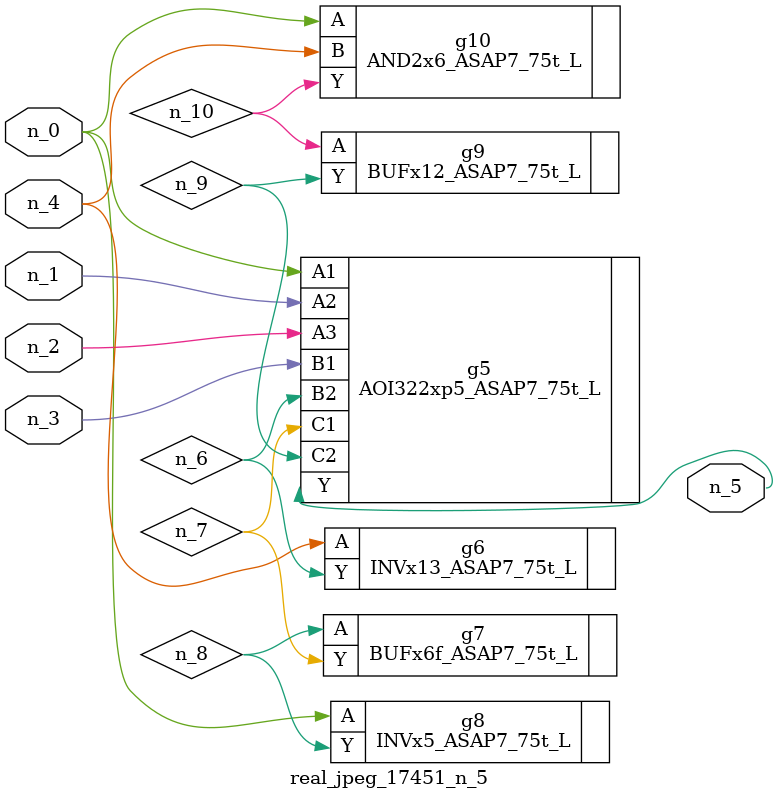
<source format=v>
module real_jpeg_17451_n_5 (n_4, n_0, n_1, n_2, n_3, n_5);

input n_4;
input n_0;
input n_1;
input n_2;
input n_3;

output n_5;

wire n_8;
wire n_6;
wire n_7;
wire n_10;
wire n_9;

AOI322xp5_ASAP7_75t_L g5 ( 
.A1(n_0),
.A2(n_1),
.A3(n_2),
.B1(n_3),
.B2(n_6),
.C1(n_7),
.C2(n_9),
.Y(n_5)
);

INVx5_ASAP7_75t_L g8 ( 
.A(n_0),
.Y(n_8)
);

AND2x6_ASAP7_75t_L g10 ( 
.A(n_0),
.B(n_4),
.Y(n_10)
);

INVx13_ASAP7_75t_L g6 ( 
.A(n_4),
.Y(n_6)
);

BUFx6f_ASAP7_75t_L g7 ( 
.A(n_8),
.Y(n_7)
);

BUFx12_ASAP7_75t_L g9 ( 
.A(n_10),
.Y(n_9)
);


endmodule
</source>
